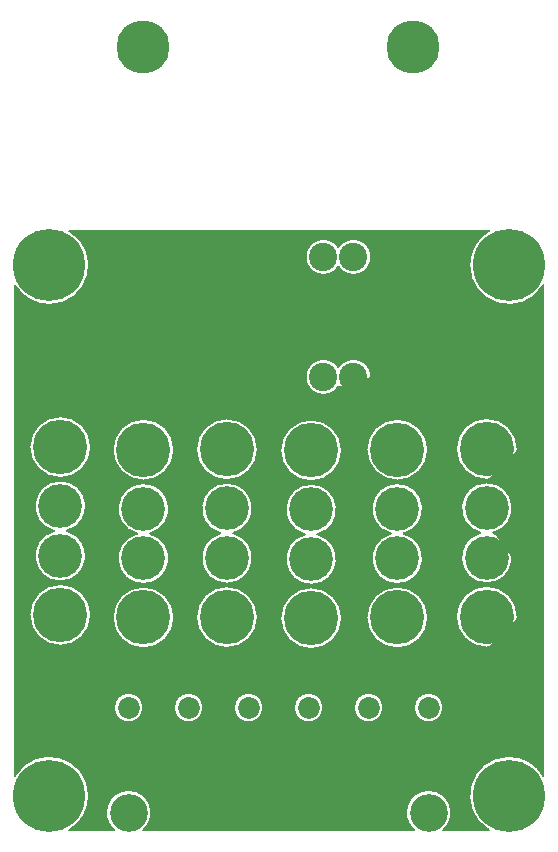
<source format=gtl>
G04 EasyPC Gerber Version 21.0.3 Build 4286 *
G04 #@! TF.Part,Single*
G04 #@! TF.FileFunction,Copper,L1,Top *
G04 #@! TF.FilePolarity,Positive *
%FSLAX45Y45*%
%MOIN*%
%ADD10C,0.00500*%
G04 #@! TA.AperFunction,ComponentPad*
%ADD77C,0.07283*%
%ADD79C,0.09449*%
%ADD78C,0.12598*%
%ADD22C,0.14567*%
%ADD80C,0.17717*%
%ADD21C,0.18110*%
G04 #@! TA.AperFunction,WasherPad*
%ADD12C,0.24016*%
X0Y0D02*
D02*
D10*
X189585Y194982D02*
G75*
G02X164891Y201688I-11437J6706D01*
G01*
G75*
G02X171443Y213125I13258*
G01*
X31626*
G75*
G02X24920Y188430I-6706J-11437*
G01*
G75*
G02X13483Y194982J13258*
G01*
Y31543*
G75*
G02X38178Y24837I11437J-6706*
G01*
G75*
G02X31626Y13400I-13258*
G01*
X46523*
G75*
G02X51341Y26762I4817J5812*
G01*
G75*
G02X56158Y13400J-7549*
G01*
X146523*
G75*
G02X151341Y26762I4817J5812*
G01*
G75*
G02X156158Y13400J-7549*
G01*
X171443*
G75*
G02X178148Y38095I6706J11437*
G01*
G75*
G02X189585Y31543J-13258*
G01*
Y194982*
X56287Y94546D02*
G75*
G02X66592Y84241J-10305D01*
G01*
G75*
G02X56287Y73936I-10305*
G01*
G75*
G02X45981Y84241J10305*
G01*
G75*
G02X56287Y94546I10305*
G01*
X66449Y54213D02*
G75*
G02X76232I4892D01*
G01*
G75*
G02X66449I-4892*
G01*
X46449D02*
G75*
G02X56232I4892D01*
G01*
G75*
G02X46449I-4892*
G01*
X56287Y150481D02*
G75*
G02X66592Y140176J-10305D01*
G01*
G75*
G02X56287Y129871I-10305*
G01*
G75*
G02X45981Y140176J10305*
G01*
G75*
G02X56287Y150481I10305*
G01*
Y129025D02*
G75*
G02X58341Y112209J-8533D01*
G01*
G75*
G02X56287Y95393I-2054J-8283*
G01*
G75*
G02X54232Y112209I0J8533*
G01*
G75*
G02X56287Y129025I2054J8282*
G01*
X84118Y94671D02*
G75*
G02X94423Y84366J-10305D01*
G01*
G75*
G02X84118Y74061I-10305*
G01*
G75*
G02X73813Y84366J10305*
G01*
G75*
G02X84118Y94671I10305*
G01*
X86449Y54213D02*
G75*
G02X96232I4892D01*
G01*
G75*
G02X86449I-4892*
G01*
X84118Y150606D02*
G75*
G02X94423Y140301J-10305D01*
G01*
G75*
G02X84118Y129996I-10305*
G01*
G75*
G02X73813Y140301J10305*
G01*
G75*
G02X84118Y150606I10305*
G01*
Y129150D02*
G75*
G02X86172Y112334J-8533D01*
G01*
G75*
G02X84118Y95518I-2054J-8283*
G01*
G75*
G02X82063Y112334I0J8533*
G01*
G75*
G02X84118Y129150I2054J8282*
G01*
X112198Y94297D02*
G75*
G02X122504Y83992J-10305D01*
G01*
G75*
G02X112198Y73687I-10305*
G01*
G75*
G02X101893Y83992J10305*
G01*
G75*
G02X112198Y94297I10305*
G01*
X106449Y54213D02*
G75*
G02X116232I4892D01*
G01*
G75*
G02X106449I-4892*
G01*
X112198Y150232D02*
G75*
G02X122504Y139927J-10305D01*
G01*
G75*
G02X112198Y129622I-10305*
G01*
G75*
G02X101893Y139927J10305*
G01*
G75*
G02X112198Y150232I10305*
G01*
Y128775D02*
G75*
G02X114253Y111959J-8533D01*
G01*
G75*
G02X112198Y95143I-2054J-8283*
G01*
G75*
G02X110144Y111959I0J8533*
G01*
G75*
G02X112198Y128775I2054J8282*
G01*
X121301Y167678D02*
G75*
G02X132276Y164408I5000J-3270D01*
G01*
G75*
G02X121301Y161138I-5974*
G01*
G75*
G02X110327Y164408I-5000J3270*
G01*
G75*
G02X121301Y167678I5974*
G01*
X126449Y54213D02*
G75*
G02X136232I4892D01*
G01*
G75*
G02X126449I-4892*
G01*
X140903Y94546D02*
G75*
G02X151208Y84241J-10305D01*
G01*
G75*
G02X140903Y73936I-10305*
G01*
G75*
G02X130598Y84241J10305*
G01*
G75*
G02X140903Y94546I10305*
G01*
X146449Y54213D02*
G75*
G02X156232I4892D01*
G01*
G75*
G02X146449I-4892*
G01*
X140903Y150481D02*
G75*
G02X151208Y140176J-10305D01*
G01*
G75*
G02X140903Y129871I-10305*
G01*
G75*
G02X130598Y140176J10305*
G01*
G75*
G02X140903Y150481I10305*
G01*
Y129025D02*
G75*
G02X142957Y112209J-8533D01*
G01*
G75*
G02X140903Y95393I-2054J-8283*
G01*
G75*
G02X138849Y112209I0J8533*
G01*
G75*
G02X140903Y129025I2054J8282*
G01*
X121301Y207678D02*
G75*
G02X132276Y204408I5000J-3270D01*
G01*
G75*
G02X121301Y201138I-5974*
G01*
G75*
G02X110327Y204408I-5000J3270*
G01*
G75*
G02X121301Y207678I5974*
G01*
X170731Y94796D02*
G75*
G02X181036Y84491J-10305D01*
G01*
G75*
G02X170731Y74186I-10305*
G01*
G75*
G02X160426Y84491J10305*
G01*
G75*
G02X170731Y94796I10305*
G01*
Y150731D02*
G75*
G02X181036Y140426J-10305D01*
G01*
G75*
G02X170731Y130121I-10305*
G01*
G75*
G02X160426Y140426J10305*
G01*
G75*
G02X170731Y150731I10305*
G01*
Y129274D02*
G75*
G02X172785Y112459J-8533D01*
G01*
G75*
G02X170731Y95643I-2054J-8283*
G01*
G75*
G02X168677Y112459I0J8533*
G01*
G75*
G02X170731Y129274I2054J8282*
G01*
X28580Y95420D02*
G75*
G02X38885Y85115J-10305D01*
G01*
G75*
G02X28580Y74810I-10305*
G01*
G75*
G02X18275Y85115J10305*
G01*
G75*
G02X28580Y95420I10305*
G01*
Y151355D02*
G75*
G02X38885Y141050J-10305D01*
G01*
G75*
G02X28580Y130745I-10305*
G01*
G75*
G02X18275Y141050J10305*
G01*
G75*
G02X28580Y151355I10305*
G01*
Y129898D02*
G75*
G02X30635Y113083J-8533D01*
G01*
G75*
G02X28580Y96267I-2054J-8283*
G01*
G75*
G02X26526Y113083I0J8533*
G01*
G75*
G02X28580Y129898I2054J8282*
G01*
X189335Y31952D02*
G36*
Y54213D01*
X156232*
G75*
G02X146449I-4892*
G01*
X136232*
G75*
G02X126449I-4892*
G01*
X116232*
G75*
G02X106449I-4892*
G01*
X96232*
G75*
G02X86449I-4892*
G01*
X76232*
G75*
G02X66449I-4892*
G01*
X56232*
G75*
G02X46449I-4892*
G01*
X13733*
Y31952*
G75*
G02X38178Y24837I11187J-7115*
G01*
G75*
G02X32035Y13650I-13259J1*
G01*
X46237*
G75*
G02X43791Y19213I5104J5562*
G01*
G75*
G02X51341Y26762I7549*
G01*
G75*
G02X58890Y19213J-7549*
G01*
G75*
G02X56445Y13650I-7550*
G01*
X146237*
G75*
G02X143791Y19213I5104J5562*
G01*
G75*
G02X151341Y26762I7549*
G01*
G75*
G02X158890Y19213J-7549*
G01*
G75*
G02X156445Y13650I-7550*
G01*
X171034*
G75*
G02X164891Y24837I7115J11187*
G01*
G75*
G02X178148Y38095I13258*
G01*
G75*
G02X189335Y31952I-1J-13259*
G01*
G37*
X181033Y84241D02*
G36*
G75*
G02X170731Y74186I-10302J249D01*
G01*
G75*
G02X160429Y84241I0J10304*
G01*
X151208*
G75*
G02X140903Y73936I-10305J-1*
G01*
G75*
G02X130598Y84241J10304*
G01*
X122500Y84241*
G75*
G02X122504Y83993I-10299J-255*
G01*
G75*
G02Y83992I-15038J0*
G01*
G75*
G02Y83991I-15038J0*
G01*
G75*
G02X112198Y73687I-10305*
G01*
G75*
G02X101893Y83991J10304*
G01*
G75*
G02Y83992I15038J0*
G01*
G75*
G02Y83993I15038J0*
G01*
G75*
G02X101896Y84241I10302J-6*
G01*
X94422*
G75*
G02X84118Y74061I-10304J124*
G01*
G75*
G02X73813Y84241I-1J10304*
G01*
X66592*
G75*
G02X56287Y73936I-10305J-1*
G01*
G75*
G02X45981Y84241J10304*
G01*
X38848Y84241*
G75*
G02X28580Y74810I-10267J873*
G01*
G75*
G02X18312Y84241I-1J10305*
G01*
X13733*
Y54213*
X46449*
G75*
G02X56232I4892*
G01*
X66449*
G75*
G02X76232I4892*
G01*
X86449*
G75*
G02X96232I4892*
G01*
X106449*
G75*
G02X116232I4892*
G01*
X126449*
G75*
G02X136232I4892*
G01*
X146449*
G75*
G02X156232I4892*
G01*
X189335*
Y84241*
X181033*
G37*
X173612Y112209D02*
G36*
G75*
G02X179265Y104176I-2881J-8033D01*
G01*
G75*
G02X170731Y95643I-8533*
G01*
G75*
G02X162198Y104176J8533*
G01*
G75*
G02X167850Y112209I8534*
G01*
X142959*
G75*
G02X149437Y103926I-2056J-8282*
G01*
G75*
G02X140903Y95393I-8533*
G01*
G75*
G02X132370Y103926J8533*
G01*
G75*
G02X138847Y112209I8534*
G01*
X115077*
G75*
G02X114253Y111959I-2879J8035*
G01*
G75*
G02X120732Y103677I-2055J-8283*
G01*
G75*
G02X112198Y95143I-8533*
G01*
G75*
G02X103665Y103677J8533*
G01*
G75*
G02X110144Y111959I8534*
G01*
G75*
G02X109320Y112209I2054J8284*
G01*
X86623*
G75*
G02X92651Y104051I-2506J-8157*
G01*
G75*
G02X84118Y95518I-8533*
G01*
G75*
G02X75584Y104051J8533*
G01*
G75*
G02X81612Y112209I8534*
G01*
X58343*
G75*
G02X64820Y103926I-2056J-8282*
G01*
G75*
G02X56287Y95393I-8533*
G01*
G75*
G02X47753Y103926J8533*
G01*
G75*
G02X54231Y112209I8534*
G01*
X32815*
G75*
G02X37114Y104800I-4235J-7409*
G01*
G75*
G02X28580Y96267I-8533*
G01*
G75*
G02X20047Y104800J8533*
G01*
G75*
G02X24345Y112209I8533*
G01*
X13733*
Y84241*
X18312*
G75*
G02X18275Y85114I10267J872*
G01*
G75*
G02Y85115I15038J0*
G01*
G75*
G02Y85116I15038J0*
G01*
G75*
G02X28580Y95420I10305*
G01*
G75*
G02X38885Y85116J-10304*
G01*
G75*
G02Y85115I-15038J0*
G01*
G75*
G02Y85114I-15038J0*
G01*
G75*
G02X38848Y84241I-10304J0*
G01*
X45981*
G75*
G02Y84242I15038J0*
G01*
G75*
G02X56287Y94546I10305*
G01*
G75*
G02X66592Y84242J-10304*
G01*
G75*
G02Y84241I-15038J0*
G01*
X73813*
G75*
G02X73813Y84365I10297J128*
G01*
G75*
G02Y84366I15038J0*
G01*
G75*
G02Y84367I15038J0*
G01*
G75*
G02X84118Y94671I10305*
G01*
G75*
G02X94423Y84367J-10304*
G01*
G75*
G02Y84366I-15038J0*
G01*
G75*
G02Y84365I-15038J0*
G01*
G75*
G02X94422Y84241I-10298J4*
G01*
X101896*
G75*
G02X112198Y94297I10302J-249*
G01*
G75*
G02X122500Y84241I0J-10304*
G01*
X130598*
G75*
G02Y84242I15038J0*
G01*
G75*
G02X140903Y94546I10305*
G01*
G75*
G02X151208Y84242J-10304*
G01*
G75*
G02Y84241I-15038J0*
G01*
X160429*
G75*
G02X160426Y84490I10299J255*
G01*
G75*
G02Y84491I15038J0*
G01*
G75*
G02Y84492I15038J0*
G01*
G75*
G02X170731Y94796I10305*
G01*
G75*
G02X181036Y84492J-10304*
G01*
G75*
G02Y84491I-15038J0*
G01*
G75*
G02Y84490I-15038J0*
G01*
G75*
G02X181033Y84241I-10302J6*
G01*
X189335*
Y112209*
X173612*
G37*
X181033Y140176D02*
G36*
G75*
G02X170731Y130121I-10302J249D01*
G01*
G75*
G02X160429Y140176I0J10304*
G01*
X151208*
G75*
G02X140903Y129871I-10305J-1*
G01*
G75*
G02X130598Y140176J10304*
G01*
X122500Y140176*
G75*
G02X122504Y139928I-10299J-255*
G01*
G75*
G02Y139927I-15038J0*
G01*
G75*
G02Y139926I-15038J0*
G01*
G75*
G02X112198Y129622I-10305*
G01*
G75*
G02X101893Y139926J10304*
G01*
G75*
G02Y139927I15038J0*
G01*
G75*
G02Y139928I15038J0*
G01*
G75*
G02X101896Y140176I10302J-6*
G01*
X94422*
G75*
G02X84118Y129996I-10304J124*
G01*
G75*
G02X73813Y140176I-1J10304*
G01*
X66592*
G75*
G02X56287Y129871I-10305J-1*
G01*
G75*
G02X45981Y140176J10304*
G01*
X38848Y140176*
G75*
G02X28580Y130745I-10267J873*
G01*
G75*
G02X18312Y140176I-1J10305*
G01*
X13733*
Y112209*
X24345*
G75*
G02X26526Y113083I4235J-7410*
G01*
G75*
G02X20047Y121365I2054J8282*
G01*
G75*
G02X28580Y129898I8533*
G01*
G75*
G02X37114Y121365J-8533*
G01*
G75*
G02X30635Y113083I-8533*
G01*
G75*
G02X32815Y112209I-2055J-8284*
G01*
X54231*
G75*
G02X54232Y112209I2257J-9023*
G01*
G75*
G02X47753Y120491I2054J8282*
G01*
G75*
G02X56287Y129025I8533*
G01*
G75*
G02X64820Y120491J-8533*
G01*
G75*
G02X58341Y112209I-8533*
G01*
G75*
G02X58343Y112209I-2255J-9023*
G01*
X81612*
G75*
G02X82063Y112334I2506J-8155*
G01*
G75*
G02X75584Y120616I2054J8282*
G01*
G75*
G02X84118Y129150I8533*
G01*
G75*
G02X92651Y120616J-8533*
G01*
G75*
G02X86172Y112334I-8533*
G01*
G75*
G02X86623Y112209I-2055J-8280*
G01*
X109320*
G75*
G02X103665Y120242I2879J8033*
G01*
G75*
G02X112198Y128775I8533*
G01*
G75*
G02X120732Y120242J-8533*
G01*
G75*
G02X115077Y112209I-8533*
G01*
X138847*
G75*
G02X138849Y112209I2257J-9023*
G01*
G75*
G02X132370Y120491I2054J8282*
G01*
G75*
G02X140903Y129025I8533*
G01*
G75*
G02X149437Y120491J-8533*
G01*
G75*
G02X142957Y112209I-8533*
G01*
G75*
G02X142959Y112209I-2255J-9023*
G01*
X167850*
G75*
G02X168677Y112459I2881J-8033*
G01*
G75*
G02X162198Y120741I2054J8282*
G01*
G75*
G02X170731Y129274I8533*
G01*
G75*
G02X179265Y120741J-8533*
G01*
G75*
G02X172785Y112459I-8533*
G01*
G75*
G02X173612Y112209I-2055J-8283*
G01*
X189335*
Y140176*
X181033*
G37*
X132276Y164408D02*
G36*
G75*
G02X121301Y161138I-5974D01*
G01*
G75*
G02X110327Y164408I-5000J3270*
G01*
X13733*
Y140176*
X18312*
G75*
G02X18275Y141049I10267J872*
G01*
G75*
G02Y141050I15038J0*
G01*
G75*
G02Y141051I15038J0*
G01*
G75*
G02X28580Y151355I10305*
G01*
G75*
G02X38885Y141051J-10304*
G01*
G75*
G02Y141050I-15038J0*
G01*
G75*
G02Y141049I-15038J0*
G01*
G75*
G02X38848Y140176I-10304J0*
G01*
X45981*
G75*
G02Y140177I15038J0*
G01*
G75*
G02X56287Y150481I10305*
G01*
G75*
G02X66592Y140177J-10304*
G01*
G75*
G02Y140176I-15038J0*
G01*
X73813*
G75*
G02X73813Y140300I10297J128*
G01*
G75*
G02Y140301I15038J0*
G01*
G75*
G02Y140302I15038J0*
G01*
G75*
G02X84118Y150606I10305*
G01*
G75*
G02X94423Y140302J-10304*
G01*
G75*
G02Y140301I-15038J0*
G01*
G75*
G02Y140300I-15038J0*
G01*
G75*
G02X94422Y140176I-10298J4*
G01*
X101896*
G75*
G02X112198Y150232I10302J-249*
G01*
G75*
G02X122500Y140176I0J-10304*
G01*
X130598*
G75*
G02Y140177I15038J0*
G01*
G75*
G02X140903Y150481I10305*
G01*
G75*
G02X151208Y140177J-10304*
G01*
G75*
G02Y140176I-15038J0*
G01*
X160429*
G75*
G02X160426Y140425I10299J255*
G01*
G75*
G02Y140426I15038J0*
G01*
G75*
G02Y140427I15038J0*
G01*
G75*
G02X170731Y150731I10305*
G01*
G75*
G02X181036Y140427J-10304*
G01*
G75*
G02Y140426I-15038J0*
G01*
G75*
G02Y140425I-15038J0*
G01*
G75*
G02X181033Y140176I-10302J6*
G01*
X189335*
Y164408*
X132276*
G37*
X165173Y204408D02*
G36*
X132276D01*
G75*
G02X121301Y201138I-5974*
G01*
G75*
G02X110327Y204408I-5000J3270*
G01*
X37896*
G75*
G02X38178Y201688I-12976J-2721*
G01*
G75*
G02X24920Y188430I-13258*
G01*
G75*
G02X13733Y194573I1J13259*
G01*
Y164408*
X110327*
G75*
G02X121301Y167678I5974*
G01*
G75*
G02X132276Y164408I5000J-3270*
G01*
X189335*
Y194573*
G75*
G02X164891Y201688I-11187J7115*
G01*
G75*
G02X165173Y204408I13259J-1*
G01*
G37*
X171034Y212875D02*
G36*
X32035D01*
G75*
G02X37896Y204408I-7115J-11187*
G01*
X110327*
G75*
G02X121301Y207678I5974*
G01*
G75*
G02X132276Y204408I5000J-3270*
G01*
X165173*
G75*
G02X171034Y212875I12976J-2721*
G01*
G37*
D02*
D12*
X24920Y24837D03*
Y201688D03*
X178148Y24837D03*
Y201688D03*
D02*
D21*
X28580Y85115D03*
Y141050D03*
X56287Y84241D03*
Y140176D03*
X84118Y84366D03*
Y140301D03*
X112198Y83992D03*
Y139927D03*
X140903Y84241D03*
Y140176D03*
X170731Y84491D03*
Y140426D03*
D02*
D22*
X28580Y104800D03*
Y121365D03*
X56287Y103926D03*
Y120491D03*
X84118Y104051D03*
Y120616D03*
X112198Y103677D03*
Y120242D03*
X140903Y103926D03*
Y120491D03*
X170731Y104176D03*
Y120741D03*
D02*
D77*
X51341Y34213D03*
Y54213D03*
X71341Y34213D03*
Y54213D03*
X91341Y34213D03*
Y54213D03*
X111341Y34213D03*
Y54213D03*
X131341Y34213D03*
Y54213D03*
X151341Y34213D03*
Y54213D03*
D02*
D78*
X51341Y19213D03*
X151341D03*
D02*
D79*
X76301Y164408D03*
Y204408D03*
X86301Y164408D03*
Y204408D03*
X116301Y164408D03*
Y204408D03*
X126301Y164408D03*
Y204408D03*
D02*
D80*
X56301Y274408D03*
X146301D03*
X0Y0D02*
M02*

</source>
